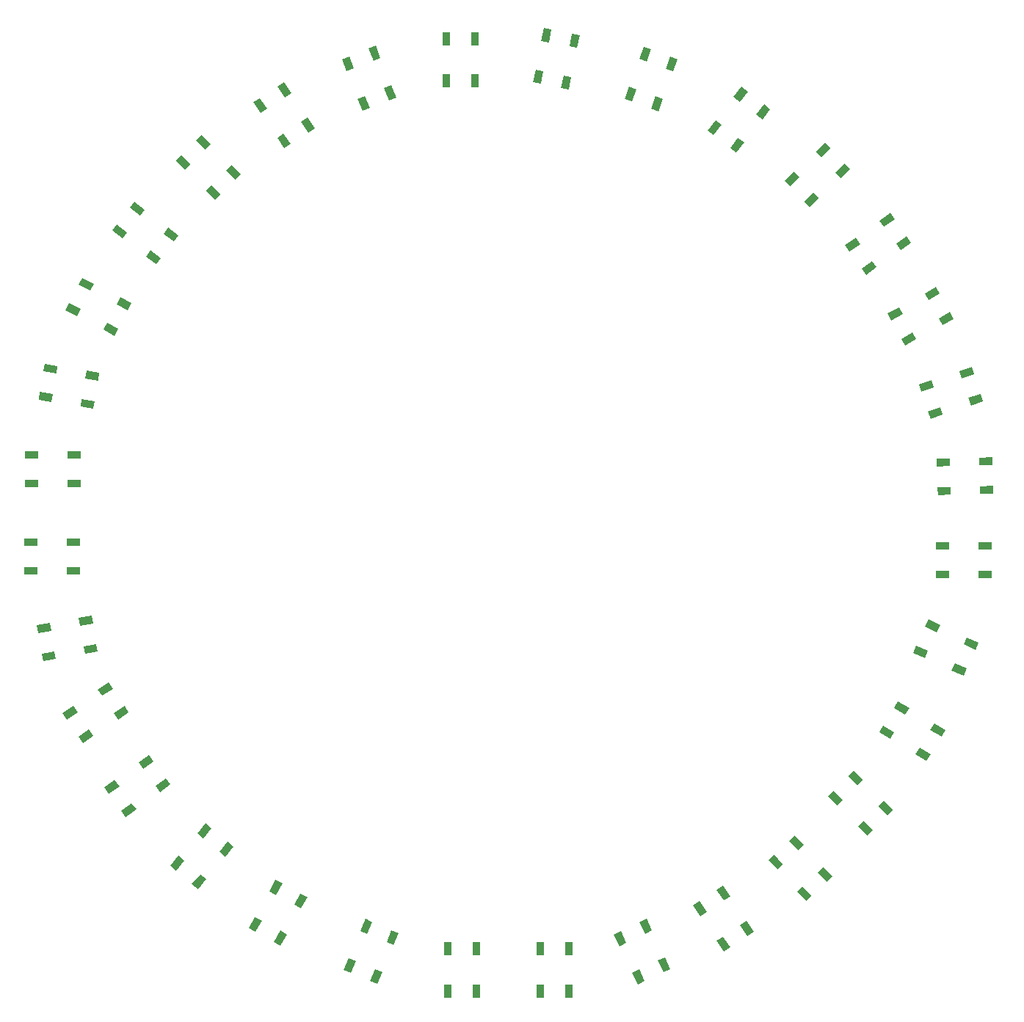
<source format=gbr>
G04 EAGLE Gerber RS-274X export*
G75*
%MOMM*%
%FSLAX34Y34*%
%LPD*%
%INSolderpaste Bottom*%
%IPPOS*%
%AMOC8*
5,1,8,0,0,1.08239X$1,22.5*%
G01*
G04 Define Apertures*
%ADD10R,1.500000X0.900000*%
%ADD11R,0.900000X1.500000*%
D10*
G36*
X72813Y505443D02*
X69874Y490735D01*
X61049Y492499D01*
X63988Y507207D01*
X72813Y505443D01*
G37*
G36*
X40453Y511909D02*
X37514Y497201D01*
X28689Y498965D01*
X31628Y513673D01*
X40453Y511909D01*
G37*
G36*
X82414Y553493D02*
X79475Y538785D01*
X70650Y540549D01*
X73589Y555257D01*
X82414Y553493D01*
G37*
G36*
X50054Y559959D02*
X47115Y545251D01*
X38290Y547015D01*
X41229Y561723D01*
X50054Y559959D01*
G37*
G36*
X480665Y-165398D02*
X467038Y-159130D01*
X470799Y-150954D01*
X484426Y-157222D01*
X480665Y-165398D01*
G37*
G36*
X494454Y-135417D02*
X480827Y-129149D01*
X484588Y-120973D01*
X498215Y-127241D01*
X494454Y-135417D01*
G37*
G36*
X525181Y-185873D02*
X511554Y-179605D01*
X515315Y-171429D01*
X528942Y-177697D01*
X525181Y-185873D01*
G37*
G36*
X538971Y-155892D02*
X525344Y-149624D01*
X529105Y-141448D01*
X542732Y-147716D01*
X538971Y-155892D01*
G37*
G36*
X440816Y-258827D02*
X427973Y-251080D01*
X432622Y-243373D01*
X445465Y-251120D01*
X440816Y-258827D01*
G37*
G36*
X457862Y-230570D02*
X445019Y-222823D01*
X449668Y-215116D01*
X462511Y-222863D01*
X457862Y-230570D01*
G37*
G36*
X482774Y-284137D02*
X469931Y-276390D01*
X474580Y-268683D01*
X487423Y-276430D01*
X482774Y-284137D01*
G37*
G36*
X499819Y-255880D02*
X486976Y-248133D01*
X491625Y-240426D01*
X504468Y-248173D01*
X499819Y-255880D01*
G37*
G36*
X379530Y-335568D02*
X368924Y-324962D01*
X375288Y-318598D01*
X385894Y-329204D01*
X379530Y-335568D01*
G37*
G36*
X402864Y-312234D02*
X392258Y-301628D01*
X398622Y-295264D01*
X409228Y-305870D01*
X402864Y-312234D01*
G37*
G36*
X414178Y-370216D02*
X403572Y-359610D01*
X409936Y-353246D01*
X420542Y-363852D01*
X414178Y-370216D01*
G37*
G36*
X437512Y-346882D02*
X426906Y-336276D01*
X433270Y-329912D01*
X443876Y-340518D01*
X437512Y-346882D01*
G37*
G36*
X310142Y-409517D02*
X300048Y-398424D01*
X306704Y-392367D01*
X316798Y-403460D01*
X310142Y-409517D01*
G37*
G36*
X334550Y-387308D02*
X324456Y-376215D01*
X331112Y-370158D01*
X341206Y-381251D01*
X334550Y-387308D01*
G37*
G36*
X343119Y-445759D02*
X333025Y-434666D01*
X339681Y-428609D01*
X349775Y-439702D01*
X343119Y-445759D01*
G37*
G36*
X367527Y-423550D02*
X357433Y-412457D01*
X364089Y-406400D01*
X374183Y-417493D01*
X367527Y-423550D01*
G37*
G36*
X221350Y-463522D02*
X213028Y-451044D01*
X220516Y-446050D01*
X228838Y-458528D01*
X221350Y-463522D01*
G37*
G36*
X248805Y-445212D02*
X240483Y-432734D01*
X247971Y-427740D01*
X256293Y-440218D01*
X248805Y-445212D01*
G37*
G36*
X248537Y-504288D02*
X240215Y-491810D01*
X247703Y-486816D01*
X256025Y-499294D01*
X248537Y-504288D01*
G37*
G36*
X275992Y-485978D02*
X267670Y-473500D01*
X275158Y-468506D01*
X283480Y-480984D01*
X275992Y-485978D01*
G37*
G36*
X128227Y-498028D02*
X121746Y-484501D01*
X129861Y-480612D01*
X136342Y-494139D01*
X128227Y-498028D01*
G37*
G36*
X157987Y-483769D02*
X151506Y-470242D01*
X159621Y-466353D01*
X166102Y-479880D01*
X157987Y-483769D01*
G37*
G36*
X149399Y-542218D02*
X142918Y-528691D01*
X151033Y-524802D01*
X157514Y-538329D01*
X149399Y-542218D01*
G37*
G36*
X179159Y-527959D02*
X172678Y-514432D01*
X180793Y-510543D01*
X187274Y-524070D01*
X179159Y-527959D01*
G37*
D11*
X37349Y-500702D03*
X70349Y-500702D03*
X37349Y-549702D03*
X70349Y-549702D03*
X-69678Y-500793D03*
X-36678Y-500793D03*
X-69678Y-549793D03*
X-36678Y-549793D03*
D10*
G36*
X-170665Y-480233D02*
X-164828Y-466417D01*
X-156539Y-469919D01*
X-162376Y-483735D01*
X-170665Y-480233D01*
G37*
G36*
X-140266Y-493074D02*
X-134429Y-479258D01*
X-126140Y-482760D01*
X-131977Y-496576D01*
X-140266Y-493074D01*
G37*
G36*
X-189732Y-525371D02*
X-183895Y-511555D01*
X-175606Y-515057D01*
X-181443Y-528873D01*
X-189732Y-525371D01*
G37*
G36*
X-159333Y-538213D02*
X-153496Y-524397D01*
X-145207Y-527899D01*
X-151044Y-541715D01*
X-159333Y-538213D01*
G37*
G36*
X-275665Y-434300D02*
X-268462Y-421144D01*
X-260569Y-425466D01*
X-267772Y-438622D01*
X-275665Y-434300D01*
G37*
G36*
X-246720Y-450147D02*
X-239517Y-436991D01*
X-231624Y-441313D01*
X-238827Y-454469D01*
X-246720Y-450147D01*
G37*
G36*
X-299196Y-477280D02*
X-291993Y-464124D01*
X-284100Y-468446D01*
X-291303Y-481602D01*
X-299196Y-477280D01*
G37*
G36*
X-270251Y-493127D02*
X-263048Y-479971D01*
X-255155Y-484293D01*
X-262358Y-497449D01*
X-270251Y-493127D01*
G37*
G36*
X178673Y479585D02*
X173469Y465518D01*
X165029Y468641D01*
X170233Y482708D01*
X178673Y479585D01*
G37*
G36*
X147723Y491034D02*
X142519Y476967D01*
X134079Y480090D01*
X139283Y494157D01*
X147723Y491034D01*
G37*
G36*
X195673Y525542D02*
X190469Y511475D01*
X182029Y514598D01*
X187233Y528665D01*
X195673Y525542D01*
G37*
G36*
X164723Y536991D02*
X159519Y522924D01*
X151079Y526047D01*
X156283Y540114D01*
X164723Y536991D01*
G37*
G36*
X-358490Y-367548D02*
X-348829Y-356075D01*
X-341944Y-361872D01*
X-351605Y-373345D01*
X-358490Y-367548D01*
G37*
G36*
X-333247Y-388804D02*
X-323586Y-377331D01*
X-316701Y-383128D01*
X-326362Y-394601D01*
X-333247Y-388804D01*
G37*
G36*
X-390052Y-405029D02*
X-380391Y-393556D01*
X-373506Y-399353D01*
X-383167Y-410826D01*
X-390052Y-405029D01*
G37*
G36*
X-364809Y-426285D02*
X-355148Y-414812D01*
X-348263Y-420609D01*
X-357924Y-432082D01*
X-364809Y-426285D01*
G37*
G36*
X-426196Y-286018D02*
X-414062Y-277203D01*
X-408772Y-284484D01*
X-420906Y-293299D01*
X-426196Y-286018D01*
G37*
G36*
X-406799Y-312716D02*
X-394665Y-303901D01*
X-389375Y-311182D01*
X-401509Y-319997D01*
X-406799Y-312716D01*
G37*
G36*
X-465838Y-314820D02*
X-453704Y-306005D01*
X-448414Y-313286D01*
X-460548Y-322101D01*
X-465838Y-314820D01*
G37*
G36*
X-446441Y-341518D02*
X-434307Y-332703D01*
X-429017Y-339984D01*
X-441151Y-348799D01*
X-446441Y-341518D01*
G37*
G36*
X-473328Y-201535D02*
X-460850Y-193213D01*
X-455856Y-200701D01*
X-468334Y-209023D01*
X-473328Y-201535D01*
G37*
G36*
X-455018Y-228990D02*
X-442540Y-220668D01*
X-437546Y-228156D01*
X-450024Y-236478D01*
X-455018Y-228990D01*
G37*
G36*
X-514093Y-228723D02*
X-501615Y-220401D01*
X-496621Y-227889D01*
X-509099Y-236211D01*
X-514093Y-228723D01*
G37*
G36*
X-495784Y-256177D02*
X-483306Y-247855D01*
X-478312Y-255343D01*
X-490790Y-263665D01*
X-495784Y-256177D01*
G37*
G36*
X-495291Y-119042D02*
X-480520Y-116438D01*
X-478957Y-125300D01*
X-493728Y-127904D01*
X-495291Y-119042D01*
G37*
G36*
X-489561Y-151541D02*
X-474790Y-148937D01*
X-473227Y-157799D01*
X-487998Y-160403D01*
X-489561Y-151541D01*
G37*
G36*
X-543547Y-127551D02*
X-528776Y-124947D01*
X-527213Y-133809D01*
X-541984Y-136413D01*
X-543547Y-127551D01*
G37*
G36*
X-537817Y-160050D02*
X-523046Y-157446D01*
X-521483Y-166308D01*
X-536254Y-168912D01*
X-537817Y-160050D01*
G37*
X-501486Y-31521D03*
X-501486Y-64521D03*
X-550486Y-31521D03*
X-550486Y-64521D03*
X-500848Y69270D03*
X-500848Y36270D03*
X-549848Y69270D03*
X-549848Y36270D03*
G36*
X-486327Y166056D02*
X-471534Y163580D01*
X-473019Y154704D01*
X-487812Y157180D01*
X-486327Y166056D01*
G37*
G36*
X-491774Y133509D02*
X-476981Y131033D01*
X-478466Y122157D01*
X-493259Y124633D01*
X-491774Y133509D01*
G37*
G36*
X-534655Y174143D02*
X-519862Y171667D01*
X-521347Y162791D01*
X-536140Y165267D01*
X-534655Y174143D01*
G37*
G36*
X-540102Y141596D02*
X-525309Y139120D01*
X-526794Y130244D01*
X-541587Y132720D01*
X-540102Y141596D01*
G37*
G36*
X-447615Y250830D02*
X-434299Y243927D01*
X-438441Y235938D01*
X-451757Y242841D01*
X-447615Y250830D01*
G37*
G36*
X-462802Y221532D02*
X-449486Y214629D01*
X-453628Y206640D01*
X-466944Y213543D01*
X-462802Y221532D01*
G37*
G36*
X-491118Y273380D02*
X-477802Y266477D01*
X-481944Y258488D01*
X-495260Y265391D01*
X-491118Y273380D01*
G37*
G36*
X-506305Y244082D02*
X-492989Y237179D01*
X-497131Y229190D01*
X-510447Y236093D01*
X-506305Y244082D01*
G37*
G36*
X-392251Y331375D02*
X-380352Y322245D01*
X-385831Y315105D01*
X-397730Y324235D01*
X-392251Y331375D01*
G37*
G36*
X-412340Y305194D02*
X-400441Y296064D01*
X-405920Y288924D01*
X-417819Y298054D01*
X-412340Y305194D01*
G37*
G36*
X-431125Y361204D02*
X-419226Y352074D01*
X-424705Y344934D01*
X-436604Y354064D01*
X-431125Y361204D01*
G37*
G36*
X-451214Y335023D02*
X-439315Y325893D01*
X-444794Y318753D01*
X-456693Y327883D01*
X-451214Y335023D01*
G37*
G36*
X-318780Y403713D02*
X-308174Y393107D01*
X-314538Y386743D01*
X-325144Y397349D01*
X-318780Y403713D01*
G37*
G36*
X-342115Y380379D02*
X-331509Y369773D01*
X-337873Y363409D01*
X-348479Y374015D01*
X-342115Y380379D01*
G37*
G36*
X-353429Y438361D02*
X-342823Y427755D01*
X-349187Y421391D01*
X-359793Y431997D01*
X-353429Y438361D01*
G37*
G36*
X-376763Y415027D02*
X-366157Y404421D01*
X-372521Y398057D01*
X-383127Y408663D01*
X-376763Y415027D01*
G37*
G36*
X272244Y429535D02*
X263010Y417716D01*
X255918Y423257D01*
X265152Y435076D01*
X272244Y429535D01*
G37*
G36*
X246240Y449852D02*
X237006Y438033D01*
X229914Y443574D01*
X239148Y455393D01*
X246240Y449852D01*
G37*
G36*
X302412Y468148D02*
X293178Y456329D01*
X286086Y461870D01*
X295320Y473689D01*
X302412Y468148D01*
G37*
G36*
X276407Y488464D02*
X267173Y476645D01*
X260081Y482186D01*
X269315Y494005D01*
X276407Y488464D01*
G37*
G36*
X-231541Y458479D02*
X-223219Y446001D01*
X-230707Y441007D01*
X-239029Y453485D01*
X-231541Y458479D01*
G37*
G36*
X-258996Y440169D02*
X-250674Y427691D01*
X-258162Y422697D01*
X-266484Y435175D01*
X-258996Y440169D01*
G37*
G36*
X-258729Y499245D02*
X-250407Y486767D01*
X-257895Y481773D01*
X-266217Y494251D01*
X-258729Y499245D01*
G37*
G36*
X-286183Y480935D02*
X-277861Y468457D01*
X-285349Y463463D01*
X-293671Y475941D01*
X-286183Y480935D01*
G37*
G36*
X-134549Y495699D02*
X-128978Y481773D01*
X-137333Y478431D01*
X-142904Y492357D01*
X-134549Y495699D01*
G37*
G36*
X-165189Y483444D02*
X-159618Y469518D01*
X-167973Y466176D01*
X-173544Y480102D01*
X-165189Y483444D01*
G37*
G36*
X-152746Y541194D02*
X-147175Y527268D01*
X-155530Y523926D01*
X-161101Y537852D01*
X-152746Y541194D01*
G37*
G36*
X-183386Y528939D02*
X-177815Y515013D01*
X-186170Y511671D01*
X-191741Y525597D01*
X-183386Y528939D01*
G37*
D11*
X-38502Y500547D03*
X-71502Y500547D03*
X-38502Y549547D03*
X-71502Y549547D03*
D10*
G36*
X358374Y365181D02*
X347369Y354990D01*
X341254Y361593D01*
X352259Y371784D01*
X358374Y365181D01*
G37*
G36*
X335953Y389394D02*
X324948Y379203D01*
X318833Y385806D01*
X329838Y395997D01*
X335953Y389394D01*
G37*
G36*
X394327Y398474D02*
X383322Y388283D01*
X377207Y394886D01*
X388212Y405077D01*
X394327Y398474D01*
G37*
G36*
X371905Y422687D02*
X360900Y412496D01*
X354785Y419099D01*
X365790Y429290D01*
X371905Y422687D01*
G37*
G36*
X425075Y285451D02*
X412864Y276742D01*
X407637Y284069D01*
X419848Y292778D01*
X425075Y285451D01*
G37*
G36*
X405912Y312317D02*
X393701Y303608D01*
X388474Y310935D01*
X400685Y319644D01*
X405912Y312317D01*
G37*
G36*
X464966Y313905D02*
X452755Y305196D01*
X447528Y312523D01*
X459739Y321232D01*
X464966Y313905D01*
G37*
G36*
X445803Y340771D02*
X433592Y332062D01*
X428365Y339389D01*
X440576Y348098D01*
X445803Y340771D01*
G37*
G36*
X470902Y202538D02*
X457746Y195335D01*
X453424Y203228D01*
X466580Y210431D01*
X470902Y202538D01*
G37*
G36*
X455054Y231483D02*
X441898Y224280D01*
X437576Y232173D01*
X450732Y239376D01*
X455054Y231483D01*
G37*
G36*
X513882Y226069D02*
X500726Y218866D01*
X496404Y226759D01*
X509560Y233962D01*
X513882Y226069D01*
G37*
G36*
X498034Y255014D02*
X484878Y247811D01*
X480556Y255704D01*
X493712Y262907D01*
X498034Y255014D01*
G37*
G36*
X501392Y115391D02*
X487168Y110631D01*
X484312Y119165D01*
X498536Y123925D01*
X501392Y115391D01*
G37*
G36*
X490921Y146686D02*
X476697Y141926D01*
X473841Y150460D01*
X488065Y155220D01*
X490921Y146686D01*
G37*
G36*
X547859Y130939D02*
X533635Y126179D01*
X530779Y134713D01*
X545003Y139473D01*
X547859Y130939D01*
G37*
G36*
X537388Y162234D02*
X523164Y157474D01*
X520308Y166008D01*
X534532Y170768D01*
X537388Y162234D01*
G37*
G36*
X510530Y23044D02*
X495537Y22625D01*
X495286Y31620D01*
X510279Y32039D01*
X510530Y23044D01*
G37*
G36*
X509609Y56031D02*
X494616Y55612D01*
X494365Y64607D01*
X509358Y65026D01*
X509609Y56031D01*
G37*
G36*
X559511Y24412D02*
X544518Y23993D01*
X544267Y32988D01*
X559260Y33407D01*
X559511Y24412D01*
G37*
G36*
X558590Y57399D02*
X543597Y56980D01*
X543346Y65975D01*
X558339Y66394D01*
X558590Y57399D01*
G37*
X500938Y-68599D03*
X500938Y-35599D03*
X549938Y-68599D03*
X549938Y-35599D03*
M02*

</source>
